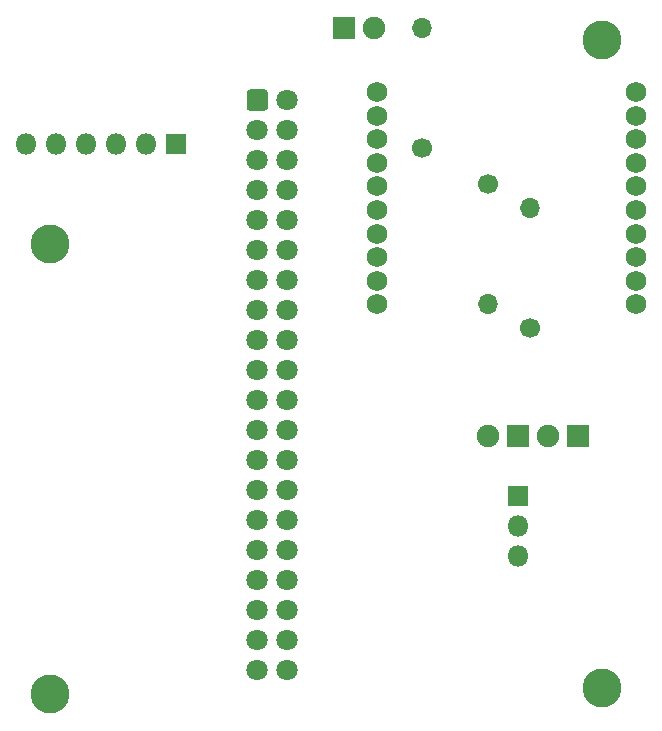
<source format=gbr>
G04 #@! TF.GenerationSoftware,KiCad,Pcbnew,(5.1.6)-1*
G04 #@! TF.CreationDate,2021-03-23T21:28:11+01:00*
G04 #@! TF.ProjectId,CentralUnit,43656e74-7261-46c5-956e-69742e6b6963,rev?*
G04 #@! TF.SameCoordinates,Original*
G04 #@! TF.FileFunction,Soldermask,Bot*
G04 #@! TF.FilePolarity,Negative*
%FSLAX46Y46*%
G04 Gerber Fmt 4.6, Leading zero omitted, Abs format (unit mm)*
G04 Created by KiCad (PCBNEW (5.1.6)-1) date 2021-03-23 21:28:11*
%MOMM*%
%LPD*%
G01*
G04 APERTURE LIST*
%ADD10C,1.727200*%
%ADD11C,3.300000*%
%ADD12O,1.700000X1.700000*%
%ADD13C,1.700000*%
%ADD14O,1.800000X1.800000*%
%ADD15R,1.800000X1.800000*%
%ADD16C,1.800000*%
%ADD17C,1.900000*%
%ADD18R,1.900000X1.900000*%
G04 APERTURE END LIST*
D10*
X102438200Y-29276040D03*
X102438200Y-31277560D03*
X102438200Y-33276540D03*
X102438200Y-35278060D03*
X102438200Y-37277040D03*
X102438200Y-39276020D03*
X102438200Y-41277540D03*
X102438200Y-43276520D03*
X102438200Y-45278040D03*
X102438200Y-47277020D03*
X80441800Y-47277020D03*
X80441800Y-45278040D03*
X80441800Y-43276520D03*
X80441800Y-41277540D03*
X80441800Y-39276020D03*
X80441800Y-37277040D03*
X80441800Y-35278060D03*
X80441800Y-33276540D03*
X80441800Y-31277560D03*
X80441800Y-29276040D03*
D11*
X99568000Y-79756000D03*
X99568000Y-24892000D03*
X52832000Y-80264000D03*
X52832000Y-42164000D03*
D12*
X84328000Y-23876000D03*
D13*
X84328000Y-34036000D03*
D12*
X93472000Y-39116000D03*
D13*
X93472000Y-49276000D03*
D12*
X89916000Y-47244000D03*
D13*
X89916000Y-37084000D03*
D14*
X92456000Y-68580000D03*
X92456000Y-66040000D03*
D15*
X92456000Y-63500000D03*
D14*
X50800000Y-33655000D03*
X53340000Y-33655000D03*
X55880000Y-33655000D03*
X58420000Y-33655000D03*
X60960000Y-33655000D03*
D15*
X63500000Y-33655000D03*
D16*
X72890000Y-78235000D03*
X72890000Y-75695000D03*
X72890000Y-73155000D03*
X72890000Y-70615000D03*
X72890000Y-68075000D03*
X72890000Y-65535000D03*
X72890000Y-62995000D03*
X72890000Y-60455000D03*
X72890000Y-57915000D03*
X72890000Y-55375000D03*
X72890000Y-52835000D03*
X72890000Y-50295000D03*
X72890000Y-47755000D03*
X72890000Y-45215000D03*
X72890000Y-42675000D03*
X72890000Y-40135000D03*
X72890000Y-37595000D03*
X72890000Y-35055000D03*
X72890000Y-32515000D03*
X72890000Y-29975000D03*
X70350000Y-78235000D03*
X70350000Y-75695000D03*
X70350000Y-73155000D03*
X70350000Y-70615000D03*
X70350000Y-68075000D03*
X70350000Y-65535000D03*
X70350000Y-62995000D03*
X70350000Y-60455000D03*
X70350000Y-57915000D03*
X70350000Y-55375000D03*
X70350000Y-52835000D03*
X70350000Y-50295000D03*
X70350000Y-47755000D03*
X70350000Y-45215000D03*
X70350000Y-42675000D03*
X70350000Y-40135000D03*
X70350000Y-37595000D03*
X70350000Y-35055000D03*
X70350000Y-32515000D03*
G36*
G01*
X69450000Y-30610294D02*
X69450000Y-29339706D01*
G75*
G02*
X69714706Y-29075000I264706J0D01*
G01*
X70985294Y-29075000D01*
G75*
G02*
X71250000Y-29339706I0J-264706D01*
G01*
X71250000Y-30610294D01*
G75*
G02*
X70985294Y-30875000I-264706J0D01*
G01*
X69714706Y-30875000D01*
G75*
G02*
X69450000Y-30610294I0J264706D01*
G01*
G37*
D17*
X80264000Y-23876000D03*
D18*
X77724000Y-23876000D03*
D17*
X94996000Y-58420000D03*
D18*
X97536000Y-58420000D03*
D17*
X89916000Y-58420000D03*
D18*
X92456000Y-58420000D03*
M02*

</source>
